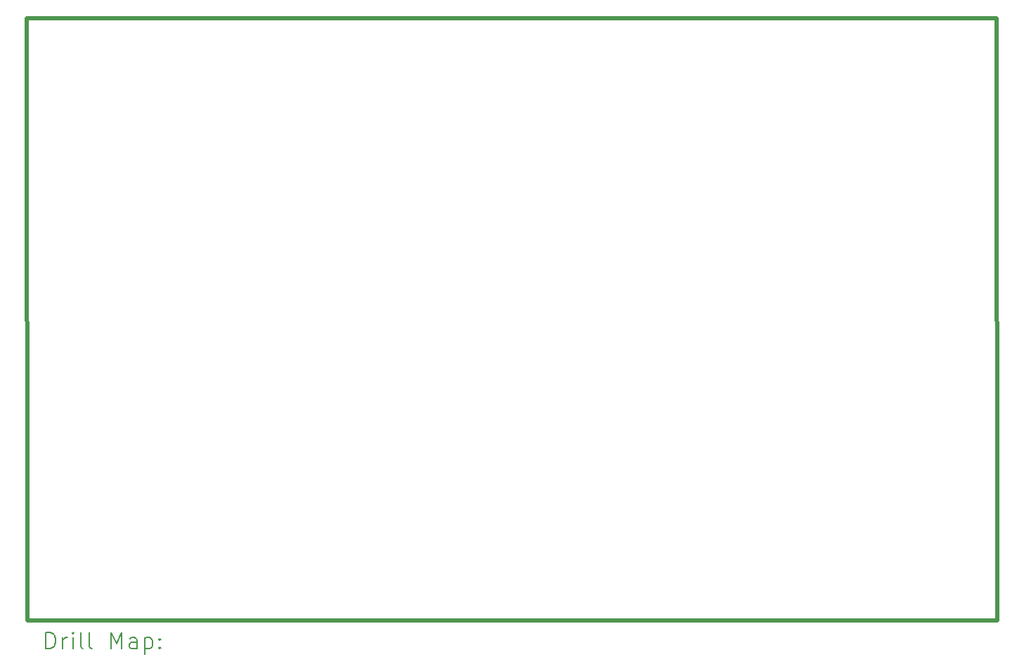
<source format=gbr>
%TF.GenerationSoftware,KiCad,Pcbnew,7.0.8*%
%TF.CreationDate,2024-04-08T22:45:32+05:30*%
%TF.ProjectId,Esp32_relay,45737033-325f-4726-956c-61792e6b6963,rev?*%
%TF.SameCoordinates,PX4046330PY7125ac8*%
%TF.FileFunction,Drillmap*%
%TF.FilePolarity,Positive*%
%FSLAX45Y45*%
G04 Gerber Fmt 4.5, Leading zero omitted, Abs format (unit mm)*
G04 Created by KiCad (PCBNEW 7.0.8) date 2024-04-08 22:45:32*
%MOMM*%
%LPD*%
G01*
G04 APERTURE LIST*
%ADD10C,0.500000*%
%ADD11C,0.200000*%
G04 APERTURE END LIST*
D10*
X-12700Y7272020D02*
X9893300Y7272020D01*
X11684000Y0D02*
X0Y0D01*
X11671300Y7272020D02*
X11684000Y0D01*
X9893300Y7272020D02*
X11671300Y7272020D01*
X0Y0D02*
X-12700Y7272020D01*
D11*
X223077Y-336484D02*
X223077Y-136484D01*
X223077Y-136484D02*
X270696Y-136484D01*
X270696Y-136484D02*
X299267Y-146008D01*
X299267Y-146008D02*
X318315Y-165055D01*
X318315Y-165055D02*
X327839Y-184103D01*
X327839Y-184103D02*
X337363Y-222198D01*
X337363Y-222198D02*
X337363Y-250769D01*
X337363Y-250769D02*
X327839Y-288865D01*
X327839Y-288865D02*
X318315Y-307912D01*
X318315Y-307912D02*
X299267Y-326960D01*
X299267Y-326960D02*
X270696Y-336484D01*
X270696Y-336484D02*
X223077Y-336484D01*
X423077Y-336484D02*
X423077Y-203150D01*
X423077Y-241246D02*
X432601Y-222198D01*
X432601Y-222198D02*
X442124Y-212674D01*
X442124Y-212674D02*
X461172Y-203150D01*
X461172Y-203150D02*
X480220Y-203150D01*
X546886Y-336484D02*
X546886Y-203150D01*
X546886Y-136484D02*
X537363Y-146008D01*
X537363Y-146008D02*
X546886Y-155531D01*
X546886Y-155531D02*
X556410Y-146008D01*
X556410Y-146008D02*
X546886Y-136484D01*
X546886Y-136484D02*
X546886Y-155531D01*
X670696Y-336484D02*
X651648Y-326960D01*
X651648Y-326960D02*
X642124Y-307912D01*
X642124Y-307912D02*
X642124Y-136484D01*
X775458Y-336484D02*
X756410Y-326960D01*
X756410Y-326960D02*
X746886Y-307912D01*
X746886Y-307912D02*
X746886Y-136484D01*
X1004029Y-336484D02*
X1004029Y-136484D01*
X1004029Y-136484D02*
X1070696Y-279341D01*
X1070696Y-279341D02*
X1137363Y-136484D01*
X1137363Y-136484D02*
X1137363Y-336484D01*
X1318315Y-336484D02*
X1318315Y-231722D01*
X1318315Y-231722D02*
X1308791Y-212674D01*
X1308791Y-212674D02*
X1289744Y-203150D01*
X1289744Y-203150D02*
X1251648Y-203150D01*
X1251648Y-203150D02*
X1232601Y-212674D01*
X1318315Y-326960D02*
X1299267Y-336484D01*
X1299267Y-336484D02*
X1251648Y-336484D01*
X1251648Y-336484D02*
X1232601Y-326960D01*
X1232601Y-326960D02*
X1223077Y-307912D01*
X1223077Y-307912D02*
X1223077Y-288865D01*
X1223077Y-288865D02*
X1232601Y-269817D01*
X1232601Y-269817D02*
X1251648Y-260293D01*
X1251648Y-260293D02*
X1299267Y-260293D01*
X1299267Y-260293D02*
X1318315Y-250769D01*
X1413553Y-203150D02*
X1413553Y-403150D01*
X1413553Y-212674D02*
X1432601Y-203150D01*
X1432601Y-203150D02*
X1470696Y-203150D01*
X1470696Y-203150D02*
X1489743Y-212674D01*
X1489743Y-212674D02*
X1499267Y-222198D01*
X1499267Y-222198D02*
X1508791Y-241246D01*
X1508791Y-241246D02*
X1508791Y-298389D01*
X1508791Y-298389D02*
X1499267Y-317436D01*
X1499267Y-317436D02*
X1489743Y-326960D01*
X1489743Y-326960D02*
X1470696Y-336484D01*
X1470696Y-336484D02*
X1432601Y-336484D01*
X1432601Y-336484D02*
X1413553Y-326960D01*
X1594505Y-317436D02*
X1604029Y-326960D01*
X1604029Y-326960D02*
X1594505Y-336484D01*
X1594505Y-336484D02*
X1584982Y-326960D01*
X1584982Y-326960D02*
X1594505Y-317436D01*
X1594505Y-317436D02*
X1594505Y-336484D01*
X1594505Y-212674D02*
X1604029Y-222198D01*
X1604029Y-222198D02*
X1594505Y-231722D01*
X1594505Y-231722D02*
X1584982Y-222198D01*
X1584982Y-222198D02*
X1594505Y-212674D01*
X1594505Y-212674D02*
X1594505Y-231722D01*
M02*

</source>
